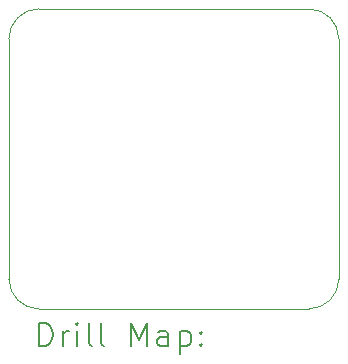
<source format=gbr>
%TF.GenerationSoftware,KiCad,Pcbnew,7.0.10*%
%TF.CreationDate,2024-05-08T17:12:16+09:00*%
%TF.ProjectId,CANFD_Module_withMCP2517FD&MCP2562FD,43414e46-445f-44d6-9f64-756c655f7769,rev?*%
%TF.SameCoordinates,Original*%
%TF.FileFunction,Drillmap*%
%TF.FilePolarity,Positive*%
%FSLAX45Y45*%
G04 Gerber Fmt 4.5, Leading zero omitted, Abs format (unit mm)*
G04 Created by KiCad (PCBNEW 7.0.10) date 2024-05-08 17:12:16*
%MOMM*%
%LPD*%
G01*
G04 APERTURE LIST*
%ADD10C,0.100000*%
%ADD11C,0.200000*%
G04 APERTURE END LIST*
D10*
X13970000Y-6350000D02*
X11684000Y-6350000D01*
X14224000Y-8636000D02*
X14224000Y-6604000D01*
X11684000Y-8890000D02*
X13970000Y-8890000D01*
X11430000Y-6604000D02*
X11430000Y-8636000D01*
X11430000Y-8636000D02*
G75*
G03*
X11684000Y-8890000I254000J0D01*
G01*
X11684000Y-6350000D02*
G75*
G03*
X11430000Y-6604000I0J-254000D01*
G01*
X13970000Y-8890000D02*
G75*
G03*
X14224000Y-8636000I0J254000D01*
G01*
X14224000Y-6604000D02*
G75*
G03*
X13970000Y-6350000I-254000J0D01*
G01*
D11*
X11685777Y-9206484D02*
X11685777Y-9006484D01*
X11685777Y-9006484D02*
X11733396Y-9006484D01*
X11733396Y-9006484D02*
X11761967Y-9016008D01*
X11761967Y-9016008D02*
X11781015Y-9035055D01*
X11781015Y-9035055D02*
X11790539Y-9054103D01*
X11790539Y-9054103D02*
X11800062Y-9092198D01*
X11800062Y-9092198D02*
X11800062Y-9120770D01*
X11800062Y-9120770D02*
X11790539Y-9158865D01*
X11790539Y-9158865D02*
X11781015Y-9177912D01*
X11781015Y-9177912D02*
X11761967Y-9196960D01*
X11761967Y-9196960D02*
X11733396Y-9206484D01*
X11733396Y-9206484D02*
X11685777Y-9206484D01*
X11885777Y-9206484D02*
X11885777Y-9073150D01*
X11885777Y-9111246D02*
X11895301Y-9092198D01*
X11895301Y-9092198D02*
X11904824Y-9082674D01*
X11904824Y-9082674D02*
X11923872Y-9073150D01*
X11923872Y-9073150D02*
X11942920Y-9073150D01*
X12009586Y-9206484D02*
X12009586Y-9073150D01*
X12009586Y-9006484D02*
X12000062Y-9016008D01*
X12000062Y-9016008D02*
X12009586Y-9025531D01*
X12009586Y-9025531D02*
X12019110Y-9016008D01*
X12019110Y-9016008D02*
X12009586Y-9006484D01*
X12009586Y-9006484D02*
X12009586Y-9025531D01*
X12133396Y-9206484D02*
X12114348Y-9196960D01*
X12114348Y-9196960D02*
X12104824Y-9177912D01*
X12104824Y-9177912D02*
X12104824Y-9006484D01*
X12238158Y-9206484D02*
X12219110Y-9196960D01*
X12219110Y-9196960D02*
X12209586Y-9177912D01*
X12209586Y-9177912D02*
X12209586Y-9006484D01*
X12466729Y-9206484D02*
X12466729Y-9006484D01*
X12466729Y-9006484D02*
X12533396Y-9149341D01*
X12533396Y-9149341D02*
X12600062Y-9006484D01*
X12600062Y-9006484D02*
X12600062Y-9206484D01*
X12781015Y-9206484D02*
X12781015Y-9101722D01*
X12781015Y-9101722D02*
X12771491Y-9082674D01*
X12771491Y-9082674D02*
X12752443Y-9073150D01*
X12752443Y-9073150D02*
X12714348Y-9073150D01*
X12714348Y-9073150D02*
X12695301Y-9082674D01*
X12781015Y-9196960D02*
X12761967Y-9206484D01*
X12761967Y-9206484D02*
X12714348Y-9206484D01*
X12714348Y-9206484D02*
X12695301Y-9196960D01*
X12695301Y-9196960D02*
X12685777Y-9177912D01*
X12685777Y-9177912D02*
X12685777Y-9158865D01*
X12685777Y-9158865D02*
X12695301Y-9139817D01*
X12695301Y-9139817D02*
X12714348Y-9130293D01*
X12714348Y-9130293D02*
X12761967Y-9130293D01*
X12761967Y-9130293D02*
X12781015Y-9120770D01*
X12876253Y-9073150D02*
X12876253Y-9273150D01*
X12876253Y-9082674D02*
X12895301Y-9073150D01*
X12895301Y-9073150D02*
X12933396Y-9073150D01*
X12933396Y-9073150D02*
X12952443Y-9082674D01*
X12952443Y-9082674D02*
X12961967Y-9092198D01*
X12961967Y-9092198D02*
X12971491Y-9111246D01*
X12971491Y-9111246D02*
X12971491Y-9168389D01*
X12971491Y-9168389D02*
X12961967Y-9187436D01*
X12961967Y-9187436D02*
X12952443Y-9196960D01*
X12952443Y-9196960D02*
X12933396Y-9206484D01*
X12933396Y-9206484D02*
X12895301Y-9206484D01*
X12895301Y-9206484D02*
X12876253Y-9196960D01*
X13057205Y-9187436D02*
X13066729Y-9196960D01*
X13066729Y-9196960D02*
X13057205Y-9206484D01*
X13057205Y-9206484D02*
X13047682Y-9196960D01*
X13047682Y-9196960D02*
X13057205Y-9187436D01*
X13057205Y-9187436D02*
X13057205Y-9206484D01*
X13057205Y-9082674D02*
X13066729Y-9092198D01*
X13066729Y-9092198D02*
X13057205Y-9101722D01*
X13057205Y-9101722D02*
X13047682Y-9092198D01*
X13047682Y-9092198D02*
X13057205Y-9082674D01*
X13057205Y-9082674D02*
X13057205Y-9101722D01*
M02*

</source>
